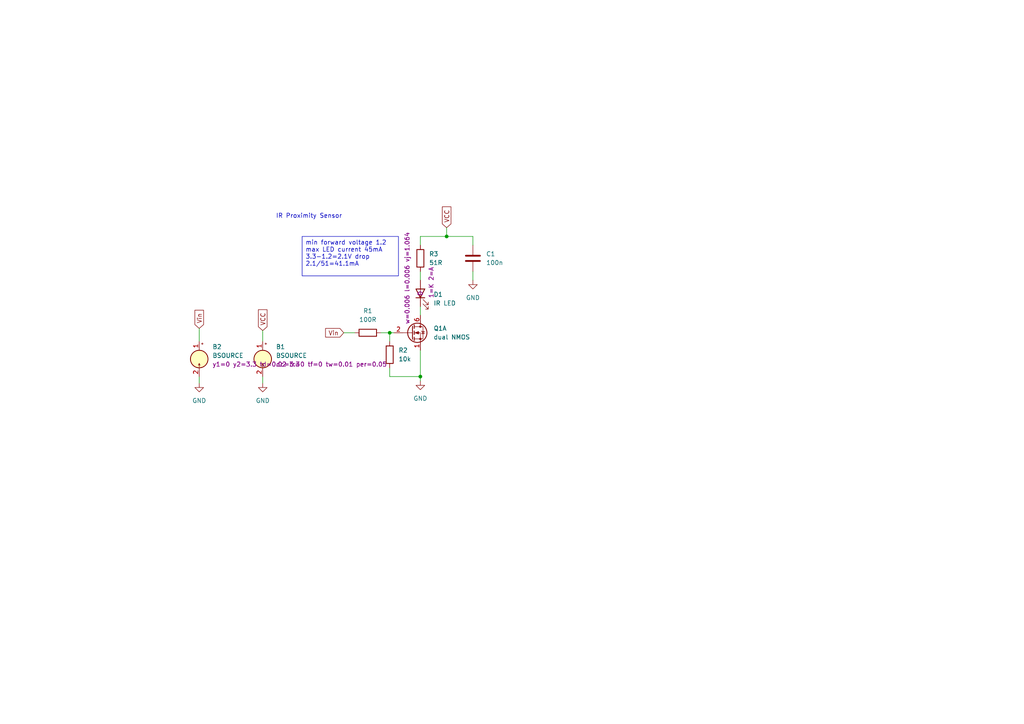
<source format=kicad_sch>
(kicad_sch (version 20230121) (generator eeschema)

  (uuid 1ad0f053-a51f-48f1-a294-ebf014b65889)

  (paper "A4")

  (lib_symbols
    (symbol "Device:C" (pin_numbers hide) (pin_names (offset 0.254)) (in_bom yes) (on_board yes)
      (property "Reference" "C" (at 0.635 2.54 0)
        (effects (font (size 1.27 1.27)) (justify left))
      )
      (property "Value" "C" (at 0.635 -2.54 0)
        (effects (font (size 1.27 1.27)) (justify left))
      )
      (property "Footprint" "" (at 0.9652 -3.81 0)
        (effects (font (size 1.27 1.27)) hide)
      )
      (property "Datasheet" "~" (at 0 0 0)
        (effects (font (size 1.27 1.27)) hide)
      )
      (property "ki_keywords" "cap capacitor" (at 0 0 0)
        (effects (font (size 1.27 1.27)) hide)
      )
      (property "ki_description" "Unpolarized capacitor" (at 0 0 0)
        (effects (font (size 1.27 1.27)) hide)
      )
      (property "ki_fp_filters" "C_*" (at 0 0 0)
        (effects (font (size 1.27 1.27)) hide)
      )
      (symbol "C_0_1"
        (polyline
          (pts
            (xy -2.032 -0.762)
            (xy 2.032 -0.762)
          )
          (stroke (width 0.508) (type default))
          (fill (type none))
        )
        (polyline
          (pts
            (xy -2.032 0.762)
            (xy 2.032 0.762)
          )
          (stroke (width 0.508) (type default))
          (fill (type none))
        )
      )
      (symbol "C_1_1"
        (pin passive line (at 0 3.81 270) (length 2.794)
          (name "~" (effects (font (size 1.27 1.27))))
          (number "1" (effects (font (size 1.27 1.27))))
        )
        (pin passive line (at 0 -3.81 90) (length 2.794)
          (name "~" (effects (font (size 1.27 1.27))))
          (number "2" (effects (font (size 1.27 1.27))))
        )
      )
    )
    (symbol "Device:LED" (pin_numbers hide) (pin_names (offset 1.016) hide) (in_bom yes) (on_board yes)
      (property "Reference" "D1" (at -0.3175 -3.81 90)
        (effects (font (size 1.27 1.27)) (justify right))
      )
      (property "Value" "IR LED" (at -2.8575 -3.81 90)
        (effects (font (size 1.27 1.27)) (justify right))
      )
      (property "Footprint" "LED_THT:LED_D5.0mm_Horizontal_O1.27mm_Z3.0mm" (at 0 0 0)
        (effects (font (size 1.27 1.27)) hide)
      )
      (property "Datasheet" "~" (at 0 0 0)
        (effects (font (size 1.27 1.27)) hide)
      )
      (property "Sim.Device" "D" (at 0 0 0)
        (effects (font (size 1.27 1.27)))
      )
      (property "Sim.Pins" "1=A 2=K" (at 0 0 0)
        (effects (font (size 1.27 1.27)))
      )
      (property "Sim.Params" "w=0.006 l=0.006 vj=1.064" (at 0 0 0)
        (effects (font (size 1.27 1.27)))
      )
      (property "ki_keywords" "LED diode" (at 0 0 0)
        (effects (font (size 1.27 1.27)) hide)
      )
      (property "ki_description" "Light emitting diode" (at 0 0 0)
        (effects (font (size 1.27 1.27)) hide)
      )
      (property "ki_fp_filters" "LED* LED_SMD:* LED_THT:*" (at 0 0 0)
        (effects (font (size 1.27 1.27)) hide)
      )
      (symbol "LED_0_1"
        (polyline
          (pts
            (xy -1.27 -1.27)
            (xy -1.27 1.27)
          )
          (stroke (width 0.254) (type default))
          (fill (type none))
        )
        (polyline
          (pts
            (xy -1.27 0)
            (xy 1.27 0)
          )
          (stroke (width 0) (type default))
          (fill (type none))
        )
        (polyline
          (pts
            (xy 1.27 -1.27)
            (xy 1.27 1.27)
            (xy -1.27 0)
            (xy 1.27 -1.27)
          )
          (stroke (width 0.254) (type default))
          (fill (type none))
        )
        (polyline
          (pts
            (xy -3.048 -0.762)
            (xy -4.572 -2.286)
            (xy -3.81 -2.286)
            (xy -4.572 -2.286)
            (xy -4.572 -1.524)
          )
          (stroke (width 0) (type default))
          (fill (type none))
        )
        (polyline
          (pts
            (xy -1.778 -0.762)
            (xy -3.302 -2.286)
            (xy -2.54 -2.286)
            (xy -3.302 -2.286)
            (xy -3.302 -1.524)
          )
          (stroke (width 0) (type default))
          (fill (type none))
        )
      )
      (symbol "LED_1_1"
        (pin passive line (at -3.81 0 0) (length 2.54)
          (name "K" (effects (font (size 1.27 1.27))))
          (number "1" (effects (font (size 1.27 1.27))))
        )
        (pin passive line (at 3.81 0 180) (length 2.54)
          (name "A" (effects (font (size 1.27 1.27))))
          (number "2" (effects (font (size 1.27 1.27))))
        )
      )
    )
    (symbol "Device:Q_Dual_NMOS_S1G1D2S2G2D1" (pin_names (offset 0) hide) (in_bom yes) (on_board yes)
      (property "Reference" "Q" (at 6.35 1.27 0)
        (effects (font (size 1.27 1.27)))
      )
      (property "Value" "Q_Dual_NMOS_S1G1D2S2G2D1" (at 19.05 -1.27 0)
        (effects (font (size 1.27 1.27)))
      )
      (property "Footprint" "" (at 5.08 0 0)
        (effects (font (size 1.27 1.27)) hide)
      )
      (property "Datasheet" "~" (at 5.08 0 0)
        (effects (font (size 1.27 1.27)) hide)
      )
      (property "ki_keywords" "transistor NMOS N-MOS N-MOSFET" (at 0 0 0)
        (effects (font (size 1.27 1.27)) hide)
      )
      (property "ki_description" "Dual NMOS transistor, 6 pin package" (at 0 0 0)
        (effects (font (size 1.27 1.27)) hide)
      )
      (property "ki_fp_filters" "TSOP* SC?70* SC?88* SOT?363*" (at 0 0 0)
        (effects (font (size 1.27 1.27)) hide)
      )
      (symbol "Q_Dual_NMOS_S1G1D2S2G2D1_0_1"
        (polyline
          (pts
            (xy 0.254 0)
            (xy -2.54 0)
          )
          (stroke (width 0) (type default))
          (fill (type none))
        )
        (polyline
          (pts
            (xy 0.254 1.905)
            (xy 0.254 -1.905)
          )
          (stroke (width 0.254) (type default))
          (fill (type none))
        )
        (polyline
          (pts
            (xy 0.762 -1.27)
            (xy 0.762 -2.286)
          )
          (stroke (width 0.254) (type default))
          (fill (type none))
        )
        (polyline
          (pts
            (xy 0.762 0.508)
            (xy 0.762 -0.508)
          )
          (stroke (width 0.254) (type default))
          (fill (type none))
        )
        (polyline
          (pts
            (xy 0.762 2.286)
            (xy 0.762 1.27)
          )
          (stroke (width 0.254) (type default))
          (fill (type none))
        )
        (polyline
          (pts
            (xy 2.54 2.54)
            (xy 2.54 1.778)
          )
          (stroke (width 0) (type default))
          (fill (type none))
        )
        (polyline
          (pts
            (xy 2.54 -2.54)
            (xy 2.54 0)
            (xy 0.762 0)
          )
          (stroke (width 0) (type default))
          (fill (type none))
        )
        (polyline
          (pts
            (xy 0.762 -1.778)
            (xy 3.302 -1.778)
            (xy 3.302 1.778)
            (xy 0.762 1.778)
          )
          (stroke (width 0) (type default))
          (fill (type none))
        )
        (polyline
          (pts
            (xy 1.016 0)
            (xy 2.032 0.381)
            (xy 2.032 -0.381)
            (xy 1.016 0)
          )
          (stroke (width 0) (type default))
          (fill (type outline))
        )
        (polyline
          (pts
            (xy 2.794 0.508)
            (xy 2.921 0.381)
            (xy 3.683 0.381)
            (xy 3.81 0.254)
          )
          (stroke (width 0) (type default))
          (fill (type none))
        )
        (polyline
          (pts
            (xy 3.302 0.381)
            (xy 2.921 -0.254)
            (xy 3.683 -0.254)
            (xy 3.302 0.381)
          )
          (stroke (width 0) (type default))
          (fill (type none))
        )
        (circle (center 1.651 0) (radius 2.794)
          (stroke (width 0.254) (type default))
          (fill (type none))
        )
        (circle (center 2.54 -1.778) (radius 0.254)
          (stroke (width 0) (type default))
          (fill (type outline))
        )
        (circle (center 2.54 1.778) (radius 0.254)
          (stroke (width 0) (type default))
          (fill (type outline))
        )
      )
      (symbol "Q_Dual_NMOS_S1G1D2S2G2D1_1_1"
        (pin passive line (at 2.54 -5.08 90) (length 2.54)
          (name "S" (effects (font (size 1.27 1.27))))
          (number "1" (effects (font (size 1.27 1.27))))
        )
        (pin input line (at -5.08 0 0) (length 2.54)
          (name "G" (effects (font (size 1.27 1.27))))
          (number "2" (effects (font (size 1.27 1.27))))
        )
        (pin passive line (at 2.54 5.08 270) (length 2.54)
          (name "D" (effects (font (size 1.27 1.27))))
          (number "6" (effects (font (size 1.27 1.27))))
        )
      )
      (symbol "Q_Dual_NMOS_S1G1D2S2G2D1_2_1"
        (pin passive line (at 2.54 5.08 270) (length 2.54)
          (name "D" (effects (font (size 1.27 1.27))))
          (number "3" (effects (font (size 1.27 1.27))))
        )
        (pin passive line (at 2.54 -5.08 90) (length 2.54)
          (name "S" (effects (font (size 1.27 1.27))))
          (number "4" (effects (font (size 1.27 1.27))))
        )
        (pin input line (at -5.08 0 0) (length 2.54)
          (name "G" (effects (font (size 1.27 1.27))))
          (number "5" (effects (font (size 1.27 1.27))))
        )
      )
    )
    (symbol "Device:R" (pin_numbers hide) (pin_names (offset 0)) (in_bom yes) (on_board yes)
      (property "Reference" "R" (at 2.032 0 90)
        (effects (font (size 1.27 1.27)))
      )
      (property "Value" "R" (at 0 0 90)
        (effects (font (size 1.27 1.27)))
      )
      (property "Footprint" "" (at -1.778 0 90)
        (effects (font (size 1.27 1.27)) hide)
      )
      (property "Datasheet" "~" (at 0 0 0)
        (effects (font (size 1.27 1.27)) hide)
      )
      (property "ki_keywords" "R res resistor" (at 0 0 0)
        (effects (font (size 1.27 1.27)) hide)
      )
      (property "ki_description" "Resistor" (at 0 0 0)
        (effects (font (size 1.27 1.27)) hide)
      )
      (property "ki_fp_filters" "R_*" (at 0 0 0)
        (effects (font (size 1.27 1.27)) hide)
      )
      (symbol "R_0_1"
        (rectangle (start -1.016 -2.54) (end 1.016 2.54)
          (stroke (width 0.254) (type default))
          (fill (type none))
        )
      )
      (symbol "R_1_1"
        (pin passive line (at 0 3.81 270) (length 1.27)
          (name "~" (effects (font (size 1.27 1.27))))
          (number "1" (effects (font (size 1.27 1.27))))
        )
        (pin passive line (at 0 -3.81 90) (length 1.27)
          (name "~" (effects (font (size 1.27 1.27))))
          (number "2" (effects (font (size 1.27 1.27))))
        )
      )
    )
    (symbol "Simulation_SPICE:BSOURCE" (pin_names (offset 1.016) hide) (in_bom yes) (on_board yes)
      (property "Reference" "B" (at 2.54 2.54 0)
        (effects (font (size 1.27 1.27)) (justify left))
      )
      (property "Value" "BSOURCE" (at 2.54 0 0)
        (effects (font (size 1.27 1.27)) (justify left))
      )
      (property "Footprint" "" (at 0 0 0)
        (effects (font (size 1.27 1.27)) hide)
      )
      (property "Datasheet" "https://ngspice.sourceforge.io/docs.html" (at 0 -16.51 0)
        (effects (font (size 1.27 1.27)) hide)
      )
      (property "Sim.Device" "V" (at 0 0 0)
        (effects (font (size 1.27 1.27)) hide)
      )
      (property "Sim.Type" "=" (at 0 0 0)
        (effects (font (size 1.27 1.27)) hide)
      )
      (property "Sim.Pins" "1=+ 2=-" (at 0 0 0)
        (effects (font (size 1.27 1.27)) hide)
      )
      (property "Sim.Params" "v=1" (at 2.54 -2.54 0)
        (effects (font (size 1.27 1.27)) (justify left))
      )
      (property "ki_keywords" "simulation" (at 0 0 0)
        (effects (font (size 1.27 1.27)) hide)
      )
      (property "ki_description" "Arbitrary behavioral voltage or current source" (at 0 0 0)
        (effects (font (size 1.27 1.27)) hide)
      )
      (symbol "BSOURCE_0_1"
        (polyline
          (pts
            (xy 0 -1.27)
            (xy 0 -2.286)
          )
          (stroke (width 0) (type default))
          (fill (type none))
        )
        (polyline
          (pts
            (xy 0.254 -1.778)
            (xy 0 -1.27)
            (xy -0.254 -1.778)
          )
          (stroke (width 0) (type default))
          (fill (type none))
        )
        (circle (center 0 0) (radius 2.54)
          (stroke (width 0.254) (type default))
          (fill (type background))
        )
      )
      (symbol "BSOURCE_1_1"
        (polyline
          (pts
            (xy 0.635 4.445)
            (xy 1.143 4.445)
          )
          (stroke (width 0) (type default))
          (fill (type none))
        )
        (polyline
          (pts
            (xy 0.889 4.699)
            (xy 0.889 4.191)
          )
          (stroke (width 0) (type default))
          (fill (type none))
        )
        (pin passive line (at 0 5.08 270) (length 2.54)
          (name "N+" (effects (font (size 1.27 1.27))))
          (number "1" (effects (font (size 1.27 1.27))))
        )
        (pin passive line (at 0 -5.08 90) (length 2.54)
          (name "N-" (effects (font (size 1.27 1.27))))
          (number "2" (effects (font (size 1.27 1.27))))
        )
      )
    )
    (symbol "power:GND" (power) (pin_names (offset 0)) (in_bom yes) (on_board yes)
      (property "Reference" "#PWR" (at 0 -6.35 0)
        (effects (font (size 1.27 1.27)) hide)
      )
      (property "Value" "GND" (at 0 -3.81 0)
        (effects (font (size 1.27 1.27)))
      )
      (property "Footprint" "" (at 0 0 0)
        (effects (font (size 1.27 1.27)) hide)
      )
      (property "Datasheet" "" (at 0 0 0)
        (effects (font (size 1.27 1.27)) hide)
      )
      (property "ki_keywords" "global power" (at 0 0 0)
        (effects (font (size 1.27 1.27)) hide)
      )
      (property "ki_description" "Power symbol creates a global label with name \"GND\" , ground" (at 0 0 0)
        (effects (font (size 1.27 1.27)) hide)
      )
      (symbol "GND_0_1"
        (polyline
          (pts
            (xy 0 0)
            (xy 0 -1.27)
            (xy 1.27 -1.27)
            (xy 0 -2.54)
            (xy -1.27 -1.27)
            (xy 0 -1.27)
          )
          (stroke (width 0) (type default))
          (fill (type none))
        )
      )
      (symbol "GND_1_1"
        (pin power_in line (at 0 0 270) (length 0) hide
          (name "GND" (effects (font (size 1.27 1.27))))
          (number "1" (effects (font (size 1.27 1.27))))
        )
      )
    )
  )

  (junction (at 121.92 109.22) (diameter 0) (color 0 0 0 0)
    (uuid 4771a85e-2bb1-415a-9fc6-8d04cd460a4d)
  )
  (junction (at 129.54 68.58) (diameter 0) (color 0 0 0 0)
    (uuid af1da127-5703-4f6c-b1da-5d77086d2681)
  )
  (junction (at 113.03 96.52) (diameter 0) (color 0 0 0 0)
    (uuid cb7aff2c-f250-46e1-896f-31b0a5077dca)
  )

  (wire (pts (xy 76.2 95.885) (xy 76.2 99.06))
    (stroke (width 0) (type default))
    (uuid 1a14b5f4-3c1f-40fa-8ae8-81b07e5b5521)
  )
  (wire (pts (xy 129.54 66.04) (xy 129.54 68.58))
    (stroke (width 0) (type default))
    (uuid 307b2943-4b49-41dd-858d-7fed7fad0c12)
  )
  (wire (pts (xy 121.92 68.58) (xy 121.92 71.12))
    (stroke (width 0) (type default))
    (uuid 3a6e0399-e204-49ac-9f1b-740a2d0cf1ff)
  )
  (wire (pts (xy 121.92 88.9) (xy 121.92 91.44))
    (stroke (width 0) (type default))
    (uuid 41459720-0faf-4594-8223-30e2916e130f)
  )
  (wire (pts (xy 137.16 71.12) (xy 137.16 68.58))
    (stroke (width 0) (type default))
    (uuid 43c68190-a844-4be4-87cf-7f5314d9fe61)
  )
  (wire (pts (xy 113.03 109.22) (xy 121.92 109.22))
    (stroke (width 0) (type default))
    (uuid 56083cdc-9f78-4e68-99d7-cf349f630f2b)
  )
  (wire (pts (xy 57.785 95.25) (xy 57.785 99.06))
    (stroke (width 0) (type default))
    (uuid 586e245d-6ba5-483f-b50f-5d70bf3be57c)
  )
  (wire (pts (xy 121.92 68.58) (xy 129.54 68.58))
    (stroke (width 0) (type default))
    (uuid 6aa19a3a-da66-4191-8193-75d70d20b65e)
  )
  (wire (pts (xy 76.2 109.22) (xy 76.2 111.125))
    (stroke (width 0) (type default))
    (uuid 6eb98b06-f558-486e-8329-f323c4e7921b)
  )
  (wire (pts (xy 99.695 96.52) (xy 102.87 96.52))
    (stroke (width 0) (type default))
    (uuid 72c7b72a-7d51-44e6-af4d-d06eb7432ab7)
  )
  (wire (pts (xy 113.03 96.52) (xy 113.03 99.06))
    (stroke (width 0) (type default))
    (uuid 7832833b-2c47-483d-8ff7-732be9c5070b)
  )
  (wire (pts (xy 129.54 68.58) (xy 137.16 68.58))
    (stroke (width 0) (type default))
    (uuid 8e9d2131-fda5-44f6-a1ca-6f166e2165a9)
  )
  (wire (pts (xy 121.92 101.6) (xy 121.92 109.22))
    (stroke (width 0) (type default))
    (uuid ad5adc4c-febe-4d1e-9768-a73df9d815d2)
  )
  (wire (pts (xy 121.92 109.22) (xy 121.92 110.49))
    (stroke (width 0) (type default))
    (uuid af11c892-0816-41b9-9c95-25d5352f6d36)
  )
  (wire (pts (xy 57.785 109.22) (xy 57.785 111.125))
    (stroke (width 0) (type default))
    (uuid b4cf2a81-d155-44de-b14d-d6bc2f876cf4)
  )
  (wire (pts (xy 113.03 96.52) (xy 114.3 96.52))
    (stroke (width 0) (type default))
    (uuid ddf09ee3-1e68-409f-b1ef-929494144377)
  )
  (wire (pts (xy 113.03 106.68) (xy 113.03 109.22))
    (stroke (width 0) (type default))
    (uuid f3f3b672-ae5a-4fee-8c90-661fe3980e52)
  )
  (wire (pts (xy 121.92 78.74) (xy 121.92 81.28))
    (stroke (width 0) (type default))
    (uuid f6b67e5a-47e7-4bb1-a055-6626d11c3967)
  )
  (wire (pts (xy 137.16 78.74) (xy 137.16 81.28))
    (stroke (width 0) (type default))
    (uuid f73ae96f-4de1-4e0c-9170-944de467a26f)
  )
  (wire (pts (xy 110.49 96.52) (xy 113.03 96.52))
    (stroke (width 0) (type default))
    (uuid fc09f0c0-ca6d-4576-924f-43a2f410b657)
  )

  (text_box "min forward voltage 1.2\nmax LED current 45mA\n3.3-1.2=2.1V drop\n2.1/51=41.1mA"
    (at 87.63 68.58 0) (size 27.94 11.43)
    (stroke (width 0) (type default))
    (fill (type none))
    (effects (font (size 1.27 1.27)) (justify left top))
    (uuid 2b4a29f7-cb42-4a4f-8b1f-2b7a1e006239)
  )

  (text "IR Proximity Sensor" (at 80.01 63.5 0)
    (effects (font (size 1.27 1.27)) (justify left bottom))
    (uuid d35f0851-f19d-4420-a4bb-998b0b876d6a)
  )

  (global_label "Vin" (shape input) (at 57.785 95.25 90) (fields_autoplaced)
    (effects (font (size 1.27 1.27)) (justify left))
    (uuid 6529c890-85cd-4686-aae7-fead02671a9c)
    (property "Intersheetrefs" "${INTERSHEET_REFS}" (at 57.785 89.4224 90)
      (effects (font (size 1.27 1.27)) (justify left) hide)
    )
  )
  (global_label "Vin" (shape input) (at 99.695 96.52 180) (fields_autoplaced)
    (effects (font (size 1.27 1.27)) (justify right))
    (uuid 66852a31-2e30-4d28-821d-c9455e71bb3b)
    (property "Intersheetrefs" "${INTERSHEET_REFS}" (at 93.8674 96.52 0)
      (effects (font (size 1.27 1.27)) (justify right) hide)
    )
  )
  (global_label "VCC" (shape input) (at 76.2 95.885 90) (fields_autoplaced)
    (effects (font (size 1.27 1.27)) (justify left))
    (uuid ac4ee76c-2525-4649-bcf6-cea1e3ff5d8d)
    (property "Intersheetrefs" "${INTERSHEET_REFS}" (at 76.2 89.2712 90)
      (effects (font (size 1.27 1.27)) (justify left) hide)
    )
  )
  (global_label "VCC" (shape input) (at 129.54 66.04 90) (fields_autoplaced)
    (effects (font (size 1.27 1.27)) (justify left))
    (uuid c616f176-bd30-4a78-9dea-c7b0a0d3353f)
    (property "Intersheetrefs" "${INTERSHEET_REFS}" (at 129.54 59.4262 90)
      (effects (font (size 1.27 1.27)) (justify left) hide)
    )
  )

  (symbol (lib_id "Simulation_SPICE:BSOURCE") (at 57.785 104.14 0) (unit 1)
    (in_bom yes) (on_board yes) (dnp no) (fields_autoplaced)
    (uuid 0e2219d7-300c-45ce-a1d3-8842fb01301b)
    (property "Reference" "B2" (at 61.595 100.584 0)
      (effects (font (size 1.27 1.27)) (justify left))
    )
    (property "Value" "BSOURCE" (at 61.595 103.124 0)
      (effects (font (size 1.27 1.27)) (justify left))
    )
    (property "Footprint" "" (at 57.785 104.14 0)
      (effects (font (size 1.27 1.27)) hide)
    )
    (property "Datasheet" "https://ngspice.sourceforge.io/docs.html" (at 57.785 120.65 0)
      (effects (font (size 1.27 1.27)) hide)
    )
    (property "Sim.Device" "V" (at 57.785 104.14 0)
      (effects (font (size 1.27 1.27)) hide)
    )
    (property "Sim.Type" "PULSE" (at 57.785 104.14 0)
      (effects (font (size 1.27 1.27)) hide)
    )
    (property "Sim.Pins" "1=+ 2=-" (at 57.785 104.14 0)
      (effects (font (size 1.27 1.27)) hide)
    )
    (property "Sim.Params" "y1=0 y2=3.3 td=0.02 tr=0 tf=0 tw=0.01 per=0.05" (at 61.595 105.664 0)
      (effects (font (size 1.27 1.27)) (justify left))
    )
    (pin "1" (uuid 19a3f2d8-4c7b-4786-b480-dc28ed108036))
    (pin "2" (uuid 8649ddde-3e5c-497d-8db9-35f476827eb6))
    (instances
      (project "electronix_sim"
        (path "/1ad0f053-a51f-48f1-a294-ebf014b65889"
          (reference "B2") (unit 1)
        )
      )
    )
  )

  (symbol (lib_id "power:GND") (at 57.785 111.125 0) (unit 1)
    (in_bom yes) (on_board yes) (dnp no) (fields_autoplaced)
    (uuid 3418a5b8-8ab2-4849-9a12-33db79d0b613)
    (property "Reference" "#PWR04" (at 57.785 117.475 0)
      (effects (font (size 1.27 1.27)) hide)
    )
    (property "Value" "GND" (at 57.785 116.205 0)
      (effects (font (size 1.27 1.27)))
    )
    (property "Footprint" "" (at 57.785 111.125 0)
      (effects (font (size 1.27 1.27)) hide)
    )
    (property "Datasheet" "" (at 57.785 111.125 0)
      (effects (font (size 1.27 1.27)) hide)
    )
    (pin "1" (uuid 11fe7bba-3625-4ff0-bcf7-ab5096b2a091))
    (instances
      (project "electronix_sim"
        (path "/1ad0f053-a51f-48f1-a294-ebf014b65889"
          (reference "#PWR04") (unit 1)
        )
      )
      (project "electronix"
        (path "/eef2ed29-f372-440b-8687-49cc4274d156"
          (reference "#PWR044") (unit 1)
        )
      )
    )
  )

  (symbol (lib_id "power:GND") (at 121.92 110.49 0) (unit 1)
    (in_bom yes) (on_board yes) (dnp no) (fields_autoplaced)
    (uuid 537f8631-08f9-48e5-bd71-e12ccfac8c22)
    (property "Reference" "#PWR01" (at 121.92 116.84 0)
      (effects (font (size 1.27 1.27)) hide)
    )
    (property "Value" "GND" (at 121.92 115.57 0)
      (effects (font (size 1.27 1.27)))
    )
    (property "Footprint" "" (at 121.92 110.49 0)
      (effects (font (size 1.27 1.27)) hide)
    )
    (property "Datasheet" "" (at 121.92 110.49 0)
      (effects (font (size 1.27 1.27)) hide)
    )
    (pin "1" (uuid d58da834-01e3-476e-b091-2e8c0d8b9ff1))
    (instances
      (project "electronix_sim"
        (path "/1ad0f053-a51f-48f1-a294-ebf014b65889"
          (reference "#PWR01") (unit 1)
        )
      )
      (project "electronix"
        (path "/eef2ed29-f372-440b-8687-49cc4274d156"
          (reference "#PWR044") (unit 1)
        )
      )
    )
  )

  (symbol (lib_id "Device:R") (at 113.03 102.87 0) (unit 1)
    (in_bom yes) (on_board yes) (dnp no) (fields_autoplaced)
    (uuid 5ef81321-78b5-4b13-aecc-fb732ff0be4c)
    (property "Reference" "R2" (at 115.57 101.6 0)
      (effects (font (size 1.27 1.27)) (justify left))
    )
    (property "Value" "10k" (at 115.57 104.14 0)
      (effects (font (size 1.27 1.27)) (justify left))
    )
    (property "Footprint" "Resistor_SMD:R_0603_1608Metric" (at 111.252 102.87 90)
      (effects (font (size 1.27 1.27)) hide)
    )
    (property "Datasheet" "~" (at 113.03 102.87 0)
      (effects (font (size 1.27 1.27)) hide)
    )
    (property "Mouser Part Number" "667-ERJ-3EKF1002V" (at 113.03 102.87 0)
      (effects (font (size 1.27 1.27)) hide)
    )
    (pin "1" (uuid 76fd004f-be6c-4aae-8c2b-835b730b755c))
    (pin "2" (uuid f86511ca-8999-4c4e-962d-e4ad42cfe52b))
    (instances
      (project "electronix_sim"
        (path "/1ad0f053-a51f-48f1-a294-ebf014b65889"
          (reference "R2") (unit 1)
        )
      )
      (project "electronix"
        (path "/eef2ed29-f372-440b-8687-49cc4274d156"
          (reference "R26") (unit 1)
        )
      )
    )
  )

  (symbol (lib_id "power:GND") (at 137.16 81.28 0) (unit 1)
    (in_bom yes) (on_board yes) (dnp no) (fields_autoplaced)
    (uuid 6a30a7b3-ae14-4036-b39f-8a6f600de6f6)
    (property "Reference" "#PWR03" (at 137.16 87.63 0)
      (effects (font (size 1.27 1.27)) hide)
    )
    (property "Value" "GND" (at 137.16 86.36 0)
      (effects (font (size 1.27 1.27)))
    )
    (property "Footprint" "" (at 137.16 81.28 0)
      (effects (font (size 1.27 1.27)) hide)
    )
    (property "Datasheet" "" (at 137.16 81.28 0)
      (effects (font (size 1.27 1.27)) hide)
    )
    (pin "1" (uuid 6d7fe8c7-f753-4cb9-866d-e29c697861ef))
    (instances
      (project "electronix_sim"
        (path "/1ad0f053-a51f-48f1-a294-ebf014b65889"
          (reference "#PWR03") (unit 1)
        )
      )
      (project "electronix"
        (path "/eef2ed29-f372-440b-8687-49cc4274d156"
          (reference "#PWR053") (unit 1)
        )
      )
    )
  )

  (symbol (lib_id "Device:C") (at 137.16 74.93 180) (unit 1)
    (in_bom yes) (on_board yes) (dnp no) (fields_autoplaced)
    (uuid 772cd1df-d23b-43f4-83b9-3dccb9d1ea35)
    (property "Reference" "C1" (at 140.97 73.66 0)
      (effects (font (size 1.27 1.27)) (justify right))
    )
    (property "Value" "100n" (at 140.97 76.2 0)
      (effects (font (size 1.27 1.27)) (justify right))
    )
    (property "Footprint" "Custom_parts:C_0603_1608Metric" (at 136.1948 71.12 0)
      (effects (font (size 1.27 1.27)) hide)
    )
    (property "Datasheet" "~" (at 137.16 74.93 0)
      (effects (font (size 1.27 1.27)) hide)
    )
    (property "Mouser Part Number" "187-CL10B104KB8NNNC" (at 137.16 74.93 0)
      (effects (font (size 1.27 1.27)) hide)
    )
    (pin "1" (uuid 7e2cc41a-87bb-4c7f-9236-8205d0582ac9))
    (pin "2" (uuid 103d1736-dd0c-4c17-9d9a-c9a16e37295a))
    (instances
      (project "electronix_sim"
        (path "/1ad0f053-a51f-48f1-a294-ebf014b65889"
          (reference "C1") (unit 1)
        )
      )
      (project "CarTrace_v0.0"
        (path "/a45001d2-0e0a-46ab-92cc-3a78bf2f0faa/94a50cbb-1add-4324-a219-70b0a5c13b84/e74d299c-df97-4962-beaf-bf1441050796/3d8439e5-50c7-4f11-85e8-cdc09eb106f4"
          (reference "C7") (unit 1)
        )
      )
      (project "electronix"
        (path "/eef2ed29-f372-440b-8687-49cc4274d156"
          (reference "C14") (unit 1)
        )
      )
    )
  )

  (symbol (lib_id "Simulation_SPICE:BSOURCE") (at 76.2 104.14 0) (unit 1)
    (in_bom yes) (on_board yes) (dnp no) (fields_autoplaced)
    (uuid 81a75158-b96d-455f-8795-e1e32fcf785f)
    (property "Reference" "B1" (at 80.01 100.584 0)
      (effects (font (size 1.27 1.27)) (justify left))
    )
    (property "Value" "BSOURCE" (at 80.01 103.124 0)
      (effects (font (size 1.27 1.27)) (justify left))
    )
    (property "Footprint" "" (at 76.2 104.14 0)
      (effects (font (size 1.27 1.27)) hide)
    )
    (property "Datasheet" "https://ngspice.sourceforge.io/docs.html" (at 76.2 120.65 0)
      (effects (font (size 1.27 1.27)) hide)
    )
    (property "Sim.Device" "V" (at 76.2 104.14 0)
      (effects (font (size 1.27 1.27)) hide)
    )
    (property "Sim.Type" "DC" (at 76.2 104.14 0)
      (effects (font (size 1.27 1.27)) hide)
    )
    (property "Sim.Pins" "1=+ 2=-" (at 76.2 104.14 0)
      (effects (font (size 1.27 1.27)) hide)
    )
    (property "Sim.Params" "dc=3.3" (at 80.01 105.664 0)
      (effects (font (size 1.27 1.27)) (justify left))
    )
    (pin "1" (uuid 3a6c1654-5140-41eb-8f4b-61837fa51bf1))
    (pin "2" (uuid 6322ae7d-4f7f-4966-809c-962190c9b7e7))
    (instances
      (project "electronix_sim"
        (path "/1ad0f053-a51f-48f1-a294-ebf014b65889"
          (reference "B1") (unit 1)
        )
      )
    )
  )

  (symbol (lib_id "Device:Q_Dual_NMOS_S1G1D2S2G2D1") (at 119.38 96.52 0) (unit 1)
    (in_bom yes) (on_board yes) (dnp no) (fields_autoplaced)
    (uuid 86be4eb2-0b56-4bf3-a59a-943669384314)
    (property "Reference" "Q1" (at 125.73 95.25 0)
      (effects (font (size 1.27 1.27)) (justify left))
    )
    (property "Value" "dual NMOS" (at 125.73 97.79 0)
      (effects (font (size 1.27 1.27)) (justify left))
    )
    (property "Footprint" "Package_TO_SOT_SMD:SOT-363_SC-70-6" (at 124.46 96.52 0)
      (effects (font (size 1.27 1.27)) hide)
    )
    (property "Datasheet" "~" (at 124.46 96.52 0)
      (effects (font (size 1.27 1.27)) hide)
    )
    (property "Mouser Part Number" "757-SSM6N7002KFULF" (at 119.38 96.52 0)
      (effects (font (size 1.27 1.27)) hide)
    )
    (property "Sim.Device" "SUBCKT" (at 119.38 96.52 0)
      (effects (font (size 1.27 1.27)) hide)
    )
    (property "Sim.Pins" "1=3 2=2 6=1" (at 119.38 96.52 0)
      (effects (font (size 1.27 1.27)) hide)
    )
    (property "Sim.Library" "SSM6N7002KFU_PSpice_20160915.lib" (at 119.38 96.52 0)
      (effects (font (size 1.27 1.27)) hide)
    )
    (property "Sim.Name" "NMOS_SSM6N7002KFU" (at 119.38 96.52 0)
      (effects (font (size 1.27 1.27)) hide)
    )
    (pin "1" (uuid 053b6e6d-6f73-4887-a5b1-389b72cf9e49))
    (pin "2" (uuid 10b7ee58-e0a6-46b0-9ec4-b9a9211aa8de))
    (pin "6" (uuid 6d1e8c43-6434-437a-963e-c3946e3d7453))
    (pin "3" (uuid ce1c3fbe-8911-45cf-acd2-b1819f2db661))
    (pin "4" (uuid 00e5b5f1-9b7f-4233-a122-34ef90d4467a))
    (pin "5" (uuid 93c9a04a-3dd0-409e-b51e-abccba74a884))
    (instances
      (project "electronix_sim"
        (path "/1ad0f053-a51f-48f1-a294-ebf014b65889"
          (reference "Q1") (unit 1)
        )
      )
      (project "electronix"
        (path "/eef2ed29-f372-440b-8687-49cc4274d156"
          (reference "Q3") (unit 1)
        )
      )
    )
  )

  (symbol (lib_id "Device:LED") (at 121.92 85.09 90) (unit 1)
    (in_bom yes) (on_board yes) (dnp no)
    (uuid a72cf616-1dd5-47ca-9e46-8ebbd9a0c284)
    (property "Reference" "D1" (at 125.73 85.4075 90)
      (effects (font (size 1.27 1.27)) (justify right))
    )
    (property "Value" "IR LED" (at 125.73 87.9475 90)
      (effects (font (size 1.27 1.27)) (justify right))
    )
    (property "Footprint" "LED_THT:LED_D5.0mm_Horizontal_O1.27mm_Z3.0mm" (at 121.92 85.09 0)
      (effects (font (size 1.27 1.27)) hide)
    )
    (property "Datasheet" "~" (at 121.92 85.09 0)
      (effects (font (size 1.27 1.27)) hide)
    )
    (property "Sim.Device" "D" (at 121.92 85.09 0)
      (effects (font (size 1.27 1.27)))
    )
    (property "Sim.Pins" "1=K 2=A" (at 125.095 81.915 0)
      (effects (font (size 1.27 1.27)))
    )
    (property "Sim.Params" "w=0.006 l=0.006 vj=1.064" (at 118.11 80.645 0)
      (effects (font (size 1.27 1.27)))
    )
    (pin "1" (uuid 1768bf45-a74b-4917-aca9-d6cd9339ea0f))
    (pin "2" (uuid 5dac9a09-c6e3-42d7-a179-ca57dbdcbd18))
    (instances
      (project "electronix_sim"
        (path "/1ad0f053-a51f-48f1-a294-ebf014b65889"
          (reference "D1") (unit 1)
        )
      )
      (project "electronix"
        (path "/eef2ed29-f372-440b-8687-49cc4274d156"
          (reference "D8") (unit 1)
        )
      )
    )
  )

  (symbol (lib_id "power:GND") (at 76.2 111.125 0) (unit 1)
    (in_bom yes) (on_board yes) (dnp no) (fields_autoplaced)
    (uuid ae369b14-c3ae-4aca-a4a0-d72b225f64c7)
    (property "Reference" "#PWR02" (at 76.2 117.475 0)
      (effects (font (size 1.27 1.27)) hide)
    )
    (property "Value" "GND" (at 76.2 116.205 0)
      (effects (font (size 1.27 1.27)))
    )
    (property "Footprint" "" (at 76.2 111.125 0)
      (effects (font (size 1.27 1.27)) hide)
    )
    (property "Datasheet" "" (at 76.2 111.125 0)
      (effects (font (size 1.27 1.27)) hide)
    )
    (pin "1" (uuid fef4a9d7-9eee-43ff-b028-279ea557c5ba))
    (instances
      (project "electronix_sim"
        (path "/1ad0f053-a51f-48f1-a294-ebf014b65889"
          (reference "#PWR02") (unit 1)
        )
      )
      (project "electronix"
        (path "/eef2ed29-f372-440b-8687-49cc4274d156"
          (reference "#PWR044") (unit 1)
        )
      )
    )
  )

  (symbol (lib_id "Device:R") (at 106.68 96.52 90) (unit 1)
    (in_bom yes) (on_board yes) (dnp no) (fields_autoplaced)
    (uuid d1a4695d-ef68-4cce-a95b-299bae30aac8)
    (property "Reference" "R1" (at 106.68 90.17 90)
      (effects (font (size 1.27 1.27)))
    )
    (property "Value" "100R" (at 106.68 92.71 90)
      (effects (font (size 1.27 1.27)))
    )
    (property "Footprint" "Resistor_SMD:R_0603_1608Metric" (at 106.68 98.298 90)
      (effects (font (size 1.27 1.27)) hide)
    )
    (property "Datasheet" "~" (at 106.68 96.52 0)
      (effects (font (size 1.27 1.27)) hide)
    )
    (property "Mouser Part Number" "756-WCR0603-100RFI" (at 106.68 96.52 0)
      (effects (font (size 1.27 1.27)) hide)
    )
    (pin "1" (uuid 2c7cc516-37b0-4a1e-83f8-96f83d43bc6f))
    (pin "2" (uuid e6115011-8db6-4c0c-8407-642422232fd2))
    (instances
      (project "electronix_sim"
        (path "/1ad0f053-a51f-48f1-a294-ebf014b65889"
          (reference "R1") (unit 1)
        )
      )
      (project "electronix"
        (path "/eef2ed29-f372-440b-8687-49cc4274d156"
          (reference "R24") (unit 1)
        )
      )
    )
  )

  (symbol (lib_id "Device:R") (at 121.92 74.93 0) (unit 1)
    (in_bom yes) (on_board yes) (dnp no) (fields_autoplaced)
    (uuid e4dc0849-b8df-4250-be3c-805574bcb6e0)
    (property "Reference" "R3" (at 124.46 73.66 0)
      (effects (font (size 1.27 1.27)) (justify left))
    )
    (property "Value" "51R" (at 124.46 76.2 0)
      (effects (font (size 1.27 1.27)) (justify left))
    )
    (property "Footprint" "Resistor_SMD:R_0603_1608Metric" (at 120.142 74.93 90)
      (effects (font (size 1.27 1.27)) hide)
    )
    (property "Datasheet" "~" (at 121.92 74.93 0)
      (effects (font (size 1.27 1.27)) hide)
    )
    (property "Mouser Part Number" "667-ERJ-PA3J510V" (at 121.92 74.93 0)
      (effects (font (size 1.27 1.27)) hide)
    )
    (pin "1" (uuid 2174aedb-76d8-43ab-a2a8-efca8b756e46))
    (pin "2" (uuid b2ef5551-3e97-48b8-958f-fc790524464a))
    (instances
      (project "electronix_sim"
        (path "/1ad0f053-a51f-48f1-a294-ebf014b65889"
          (reference "R3") (unit 1)
        )
      )
      (project "electronix"
        (path "/eef2ed29-f372-440b-8687-49cc4274d156"
          (reference "R28") (unit 1)
        )
      )
    )
  )

  (sheet_instances
    (path "/" (page "1"))
  )
)

</source>
